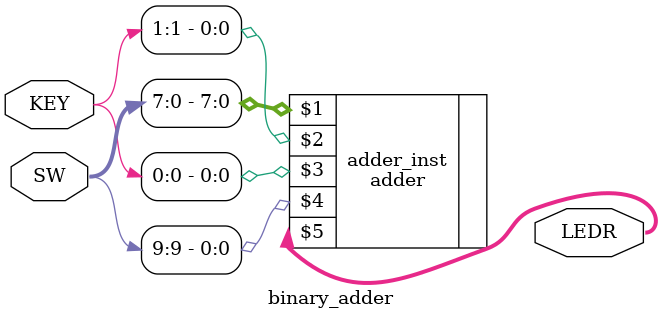
<source format=v>
module binary_adder(
	KEY,
	LEDR,
	SW
);

input[1:0] KEY;
input[9:0] SW;
output[8:0] LEDR;

adder adder_inst(SW[7:0], KEY[1], KEY[0], SW[9], LEDR);

endmodule


</source>
